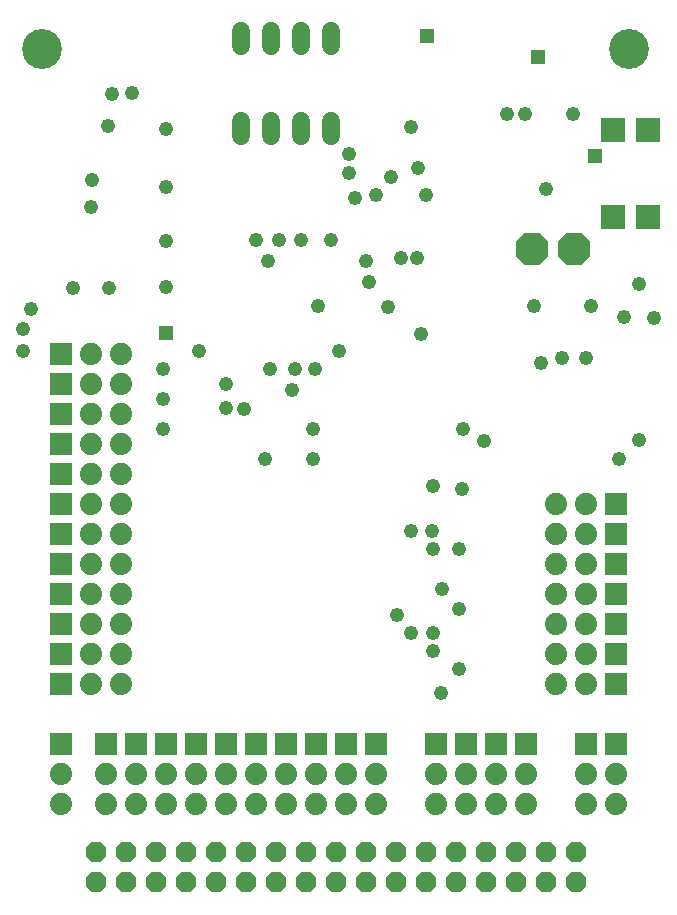
<source format=gbs>
G75*
%MOIN*%
%OFA0B0*%
%FSLAX25Y25*%
%IPPOS*%
%LPD*%
%AMOC8*
5,1,8,0,0,1.08239X$1,22.5*
%
%ADD10OC8,0.06800*%
%ADD11C,0.13300*%
%ADD12R,0.07400X0.07400*%
%ADD13C,0.07400*%
%ADD14R,0.08477X0.08477*%
%ADD15C,0.06000*%
%ADD16OC8,0.10850*%
%ADD17C,0.04762*%
%ADD18R,0.04762X0.04762*%
D10*
X0038772Y0015200D03*
X0048772Y0015200D03*
X0058772Y0015200D03*
X0068772Y0015200D03*
X0068772Y0025200D03*
X0058772Y0025200D03*
X0048772Y0025200D03*
X0038772Y0025200D03*
X0078772Y0025200D03*
X0088772Y0025200D03*
X0098772Y0025200D03*
X0108772Y0025200D03*
X0118772Y0025200D03*
X0128772Y0025200D03*
X0138772Y0025200D03*
X0148772Y0025200D03*
X0158772Y0025200D03*
X0168772Y0025200D03*
X0178772Y0025200D03*
X0188772Y0025200D03*
X0198772Y0025200D03*
X0198772Y0015200D03*
X0188772Y0015200D03*
X0178772Y0015200D03*
X0168772Y0015200D03*
X0158772Y0015200D03*
X0148772Y0015200D03*
X0138772Y0015200D03*
X0128772Y0015200D03*
X0118772Y0015200D03*
X0108772Y0015200D03*
X0098772Y0015200D03*
X0088772Y0015200D03*
X0078772Y0015200D03*
D11*
X0021072Y0292900D03*
X0216472Y0292900D03*
D12*
X0212272Y0141400D03*
X0212272Y0131400D03*
X0212272Y0121400D03*
X0212272Y0111400D03*
X0212272Y0101400D03*
X0212272Y0091400D03*
X0212272Y0081400D03*
X0212272Y0061400D03*
X0202272Y0061400D03*
X0182272Y0061400D03*
X0172272Y0061400D03*
X0162272Y0061400D03*
X0152272Y0061400D03*
X0132272Y0061400D03*
X0122272Y0061400D03*
X0112272Y0061400D03*
X0102272Y0061400D03*
X0092272Y0061400D03*
X0082272Y0061400D03*
X0072272Y0061400D03*
X0062272Y0061400D03*
X0052272Y0061400D03*
X0042272Y0061400D03*
X0027272Y0061400D03*
X0027272Y0081400D03*
X0027272Y0091400D03*
X0027272Y0101400D03*
X0027272Y0111400D03*
X0027272Y0121400D03*
X0027272Y0131400D03*
X0027272Y0141400D03*
X0027272Y0151400D03*
X0027272Y0161400D03*
X0027272Y0171400D03*
X0027272Y0181400D03*
X0027272Y0191400D03*
D13*
X0027272Y0041400D03*
X0027272Y0051400D03*
X0042272Y0051400D03*
X0042272Y0041400D03*
X0052272Y0041400D03*
X0052272Y0051400D03*
X0062272Y0051400D03*
X0062272Y0041400D03*
X0072272Y0041400D03*
X0072272Y0051400D03*
X0082272Y0051400D03*
X0082272Y0041400D03*
X0092272Y0041400D03*
X0092272Y0051400D03*
X0102272Y0051400D03*
X0102272Y0041400D03*
X0112272Y0041400D03*
X0112272Y0051400D03*
X0122272Y0051400D03*
X0122272Y0041400D03*
X0132272Y0041400D03*
X0132272Y0051400D03*
X0152272Y0051400D03*
X0152272Y0041400D03*
X0162272Y0041400D03*
X0162272Y0051400D03*
X0172272Y0051400D03*
X0172272Y0041400D03*
X0182272Y0041400D03*
X0182272Y0051400D03*
X0202272Y0051400D03*
X0202272Y0041400D03*
X0212272Y0041400D03*
X0212272Y0051400D03*
X0202272Y0081400D03*
X0202272Y0091400D03*
X0202272Y0101400D03*
X0202272Y0111400D03*
X0202272Y0121400D03*
X0202272Y0131400D03*
X0202272Y0141400D03*
X0192272Y0141400D03*
X0192272Y0131400D03*
X0192272Y0121400D03*
X0192272Y0111400D03*
X0192272Y0101400D03*
X0192272Y0091400D03*
X0192272Y0081400D03*
X0047272Y0081400D03*
X0047272Y0091400D03*
X0047272Y0101400D03*
X0047272Y0111400D03*
X0047272Y0121400D03*
X0047272Y0131400D03*
X0047272Y0141400D03*
X0047272Y0151400D03*
X0047272Y0161400D03*
X0047272Y0171400D03*
X0047272Y0181400D03*
X0047272Y0191400D03*
X0037272Y0191400D03*
X0037272Y0181400D03*
X0037272Y0171400D03*
X0037272Y0161400D03*
X0037272Y0151400D03*
X0037272Y0141400D03*
X0037272Y0131400D03*
X0037272Y0121400D03*
X0037272Y0111400D03*
X0037272Y0101400D03*
X0037272Y0091400D03*
X0037272Y0081400D03*
D14*
X0211374Y0237030D03*
X0222792Y0237030D03*
X0222792Y0265770D03*
X0211374Y0265770D03*
D15*
X0117272Y0263800D02*
X0117272Y0269000D01*
X0107272Y0269000D02*
X0107272Y0263800D01*
X0097272Y0263800D02*
X0097272Y0269000D01*
X0087272Y0269000D02*
X0087272Y0263800D01*
X0087272Y0293800D02*
X0087272Y0299000D01*
X0097272Y0299000D02*
X0097272Y0293800D01*
X0107272Y0293800D02*
X0107272Y0299000D01*
X0117272Y0299000D02*
X0117272Y0293800D01*
D16*
X0184360Y0226400D03*
X0198182Y0226317D03*
D17*
X0203872Y0207300D03*
X0214772Y0203483D03*
X0220023Y0214734D03*
X0225018Y0203400D03*
X0202272Y0189800D03*
X0194272Y0189800D03*
X0187372Y0188400D03*
X0184772Y0207400D03*
X0188866Y0246219D03*
X0181972Y0271100D03*
X0175872Y0271100D03*
X0197772Y0271400D03*
X0148772Y0244200D03*
X0146272Y0253400D03*
X0137272Y0250400D03*
X0132272Y0244400D03*
X0125272Y0243400D03*
X0123272Y0251500D03*
X0123272Y0257800D03*
X0143772Y0266900D03*
X0117272Y0229400D03*
X0107272Y0229400D03*
X0099772Y0229400D03*
X0096272Y0222400D03*
X0092272Y0229400D03*
X0113072Y0207400D03*
X0119972Y0192200D03*
X0111772Y0186400D03*
X0105272Y0186400D03*
X0104272Y0179400D03*
X0096772Y0186400D03*
X0088172Y0173000D03*
X0082372Y0173100D03*
X0082272Y0181400D03*
X0073272Y0192400D03*
X0061272Y0186400D03*
X0061272Y0176400D03*
X0061272Y0166400D03*
X0095272Y0156400D03*
X0111272Y0156400D03*
X0111272Y0166400D03*
X0144072Y0132400D03*
X0150772Y0132400D03*
X0151272Y0126400D03*
X0159772Y0126400D03*
X0154272Y0112900D03*
X0159772Y0106400D03*
X0151272Y0098400D03*
X0151272Y0092400D03*
X0144072Y0098400D03*
X0139272Y0104400D03*
X0159772Y0086400D03*
X0153772Y0078400D03*
X0160772Y0146400D03*
X0151272Y0147400D03*
X0161272Y0166400D03*
X0168272Y0162400D03*
X0147172Y0197900D03*
X0136272Y0206900D03*
X0129972Y0215100D03*
X0128972Y0222400D03*
X0140472Y0223400D03*
X0145972Y0223400D03*
X0213272Y0156400D03*
X0220023Y0162567D03*
X0062272Y0213700D03*
X0062272Y0228800D03*
X0062272Y0246900D03*
X0062272Y0266400D03*
X0050872Y0278100D03*
X0044272Y0278000D03*
X0042772Y0267200D03*
X0037472Y0249100D03*
X0037272Y0240359D03*
X0043272Y0213400D03*
X0031272Y0213400D03*
X0017272Y0206400D03*
X0014672Y0199500D03*
X0014672Y0192100D03*
D18*
X0062272Y0198400D03*
X0149272Y0297400D03*
X0186272Y0290400D03*
X0205272Y0257400D03*
M02*

</source>
